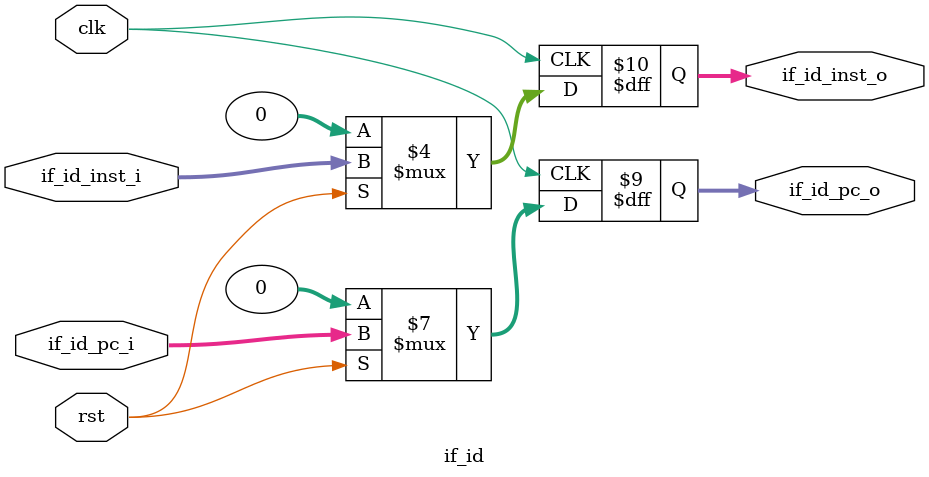
<source format=v>
module if_id(
    // input port
    input               clk,
    input               rst,
    input      [31 : 0] if_id_pc_i,
    input      [31 : 0] if_id_inst_i,

    // output port
    output reg [31 : 0] if_id_pc_o,
    output reg [31 : 0] if_id_inst_o
);

    always @(posedge clk) begin
        if (rst == 1'b0) begin
            if_id_pc_o   <= 32'h0;
            if_id_inst_o <= 32'h0;
        end else begin
            if_id_pc_o   <= if_id_pc_i;
            if_id_inst_o <= if_id_inst_i;
        end
    end
endmodule : if_id

</source>
